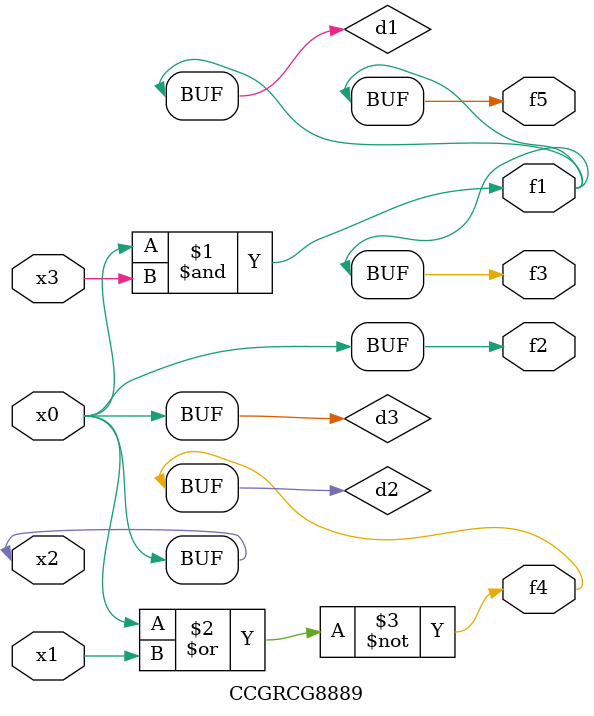
<source format=v>
module CCGRCG8889(
	input x0, x1, x2, x3,
	output f1, f2, f3, f4, f5
);

	wire d1, d2, d3;

	and (d1, x2, x3);
	nor (d2, x0, x1);
	buf (d3, x0, x2);
	assign f1 = d1;
	assign f2 = d3;
	assign f3 = d1;
	assign f4 = d2;
	assign f5 = d1;
endmodule

</source>
